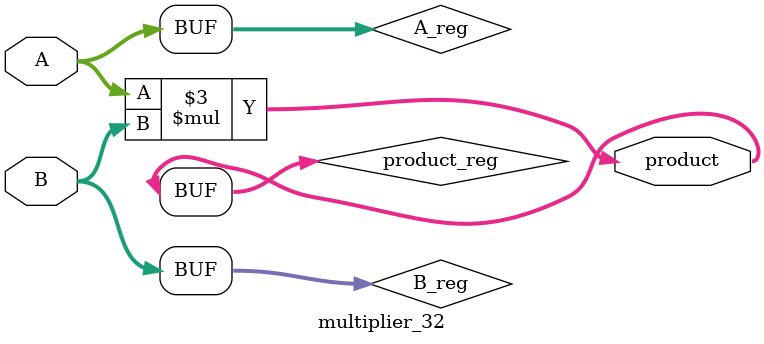
<source format=v>
module multiplier_32(output [63:0] product, input [31:0] A, B);

    reg [63:0] product_reg;
    reg [31:0] A_reg, B_reg;

    always @(A, B) begin
        A_reg <= A;
        B_reg <= B;
    end

    always @(A_reg, B_reg) begin
        product_reg <= A_reg * B_reg;
    end

    assign product = product_reg;

endmodule
</source>
